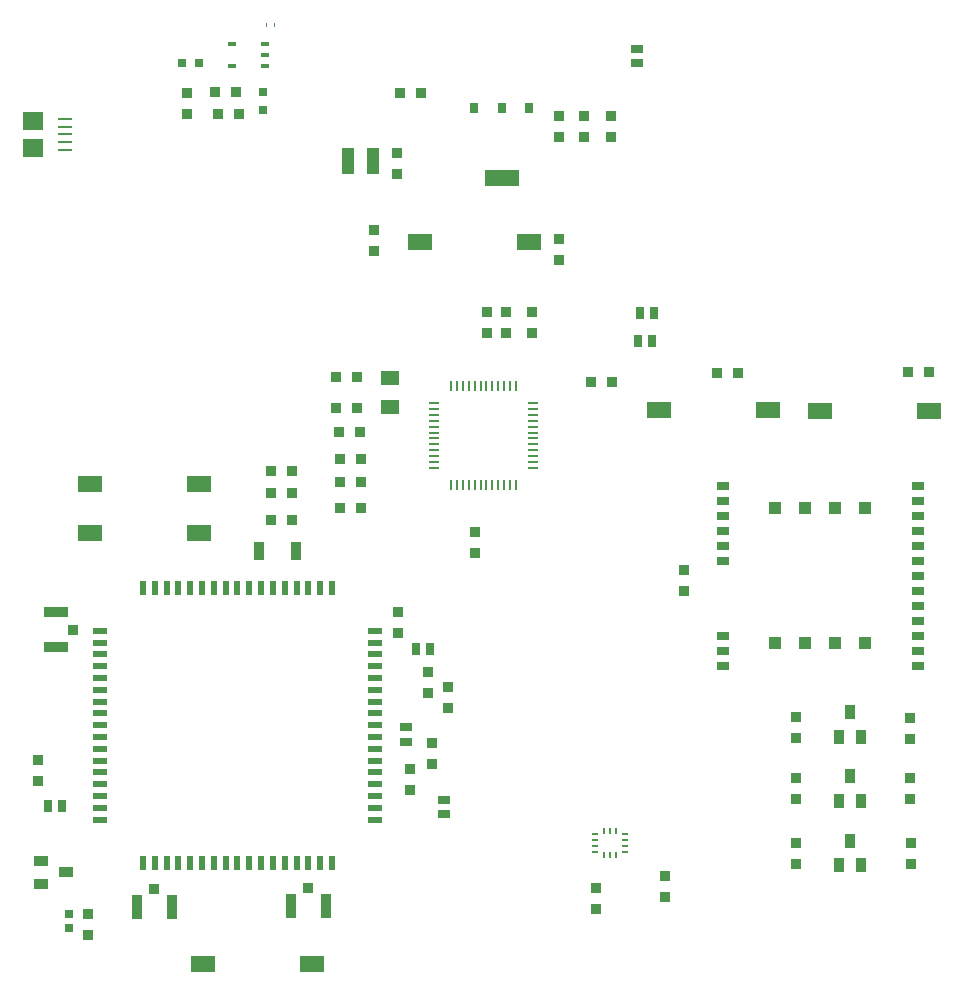
<source format=gbr>
%FSLAX35Y35*%
%MOIN*%
G04 EasyPC Gerber Version 18.0.9 Build 3640 *
%ADD153R,0.00227X0.01250*%
%ADD158R,0.00660X0.03534*%
%ADD167R,0.00778X0.02451*%
%ADD163R,0.02235X0.04715*%
%ADD152R,0.02550X0.02550*%
%ADD164R,0.02550X0.04124*%
%ADD154R,0.02943X0.03534*%
%ADD173R,0.03337X0.03337*%
%ADD150R,0.03337X0.03691*%
%ADD175R,0.03337X0.04912*%
%ADD172R,0.03534X0.08061*%
%ADD174R,0.03786X0.06494*%
%ADD160R,0.04164X0.08849*%
%ADD166R,0.04400X0.04400*%
%ADD157R,0.03534X0.00660*%
%ADD168R,0.02451X0.00778*%
%ADD146R,0.04715X0.00975*%
%ADD148R,0.02943X0.01565*%
%ADD162R,0.04715X0.02235*%
%ADD149R,0.02550X0.02550*%
%ADD156R,0.04124X0.02550*%
%ADD165R,0.04124X0.02943*%
%ADD171R,0.03337X0.03337*%
%ADD151R,0.03691X0.03337*%
%ADD169R,0.04912X0.03337*%
%ADD170R,0.08061X0.03534*%
%ADD161R,0.06290X0.04912*%
%ADD155R,0.11605X0.05502*%
%ADD159R,0.07983X0.05699*%
%ADD147R,0.06880X0.06487*%
X0Y0D02*
D02*
D146*
X22736Y315678D03*
Y318237D03*
Y320796D03*
Y323355D03*
Y325914D03*
D02*
D147*
X12204Y316269D03*
Y325324D03*
D02*
D148*
X78536Y343424D03*
Y350904D03*
X89536Y343424D03*
Y347164D03*
Y350904D03*
D02*
D149*
X23975Y56192D03*
Y60916D03*
X61637Y344414D03*
X67542D03*
D02*
D150*
X13616Y105100D03*
Y112100D03*
X30340Y54056D03*
Y61056D03*
X63286Y327664D03*
Y334664D03*
X125786Y281946D03*
Y288946D03*
X133286Y307656D03*
Y314656D03*
X133935Y154522D03*
Y161522D03*
X137929Y102105D03*
Y109105D03*
X143670Y134678D03*
Y141678D03*
X145168Y110841D03*
Y117841D03*
X150409Y129437D03*
Y136437D03*
X159286Y181230D03*
Y188230D03*
X163286Y254489D03*
Y261489D03*
X169786Y254489D03*
Y261489D03*
X178286Y254489D03*
Y261489D03*
X187286Y278826D03*
Y285826D03*
Y319914D03*
Y326914D03*
X195786Y319914D03*
Y326914D03*
X199831Y62417D03*
Y69417D03*
X204786Y319914D03*
Y326914D03*
X222795Y66411D03*
Y73411D03*
X229035Y168500D03*
Y175500D03*
X266352Y77477D03*
Y84477D03*
Y119702D03*
Y126702D03*
X266601Y99193D03*
Y106193D03*
X304292Y99193D03*
Y106193D03*
Y119328D03*
Y126328D03*
X304791Y77477D03*
Y84477D03*
D02*
D151*
X72786Y334914D03*
X73786Y327414D03*
X79786Y334914D03*
X80786Y327414D03*
X91307Y192374D03*
Y201110D03*
Y208567D03*
X98307Y192374D03*
Y201110D03*
Y208567D03*
X113065Y229626D03*
Y239776D03*
X114211Y221414D03*
X114452Y196087D03*
Y204914D03*
Y212414D03*
X120065Y229626D03*
Y239776D03*
X121211Y221414D03*
X121452Y196087D03*
Y204914D03*
Y212414D03*
X134286Y334414D03*
X141286D03*
X198204Y238146D03*
X205204D03*
X240262Y241391D03*
X247262D03*
X303662Y241640D03*
X310662D03*
D02*
D152*
X88786Y328908D03*
Y334814D03*
D02*
D153*
X90078Y357164D03*
X92677D03*
D02*
D154*
X159231Y329725D03*
X168286D03*
X177341D03*
D02*
D155*
X168286Y306103D03*
D02*
D156*
X136307Y118344D03*
Y123068D03*
X149037Y94132D03*
Y98856D03*
X213286Y344664D03*
Y349389D03*
D02*
D157*
X145652Y209587D03*
Y211556D03*
Y213524D03*
Y215493D03*
Y217461D03*
Y219430D03*
Y221398D03*
Y223367D03*
Y225335D03*
Y227304D03*
Y229272D03*
Y231241D03*
X178920Y209587D03*
Y211556D03*
Y213524D03*
Y215493D03*
Y217461D03*
Y219430D03*
Y221398D03*
Y223367D03*
Y225335D03*
Y227304D03*
Y229272D03*
Y231241D03*
D02*
D158*
X151459Y203780D03*
Y237048D03*
X153428Y203780D03*
Y237048D03*
X155396Y203780D03*
Y237048D03*
X157365Y203780D03*
Y237048D03*
X159333Y203780D03*
Y237048D03*
X161302Y203780D03*
Y237048D03*
X163270Y203780D03*
Y237048D03*
X165239Y203780D03*
Y237048D03*
X167207Y203780D03*
Y237048D03*
X169176Y203780D03*
Y237048D03*
X171144Y203780D03*
Y237048D03*
X173113Y203780D03*
Y237048D03*
D02*
D159*
X31084Y187975D03*
Y204074D03*
X67304Y187975D03*
Y204074D03*
X68899Y44326D03*
X105120D03*
X141176Y284914D03*
X177396D03*
X220785Y228910D03*
X257005D03*
X274450Y228661D03*
X310670D03*
D02*
D160*
X116975Y311780D03*
X125597D03*
D02*
D161*
X131065Y229855D03*
Y239697D03*
D02*
D162*
X34502Y92330D03*
Y96267D03*
Y100204D03*
Y104141D03*
Y108078D03*
Y112015D03*
Y115952D03*
Y119889D03*
Y123826D03*
Y127763D03*
Y131700D03*
Y135637D03*
Y139574D03*
Y143511D03*
Y147448D03*
Y151385D03*
Y155322D03*
X126038Y92330D03*
Y96267D03*
Y100204D03*
Y104141D03*
Y108078D03*
Y112015D03*
Y115952D03*
Y119889D03*
Y123826D03*
Y127763D03*
Y131700D03*
Y135637D03*
Y139574D03*
Y143511D03*
Y147448D03*
Y151385D03*
Y155322D03*
D02*
D163*
X48774Y78058D03*
Y169594D03*
X52711Y78058D03*
Y169594D03*
X56648Y78058D03*
Y169594D03*
X60585Y78058D03*
Y169594D03*
X64522Y78058D03*
Y169594D03*
X68459Y78058D03*
Y169594D03*
X72396Y78058D03*
Y169594D03*
X76333Y78058D03*
Y169594D03*
X80270Y78058D03*
Y169594D03*
X84207Y78058D03*
Y169594D03*
X88144Y78058D03*
Y169594D03*
X92081Y78058D03*
Y169594D03*
X96018Y78058D03*
Y169594D03*
X99955Y78058D03*
Y169594D03*
X103892Y78058D03*
Y169594D03*
X107829Y78058D03*
Y169594D03*
X111766Y78058D03*
Y169594D03*
D02*
D164*
X16995Y96744D03*
X21719D03*
X139685Y149286D03*
X144410D03*
X213819Y251999D03*
X214318Y261234D03*
X218543Y251999D03*
X219042Y261234D03*
D02*
D165*
X242089Y143622D03*
Y148622D03*
Y153622D03*
Y178622D03*
Y183622D03*
Y188622D03*
Y193622D03*
Y198622D03*
Y203622D03*
X307089Y143622D03*
Y148622D03*
Y153622D03*
Y158622D03*
Y163622D03*
Y168622D03*
Y173622D03*
Y178622D03*
Y183622D03*
Y188622D03*
Y193622D03*
Y198622D03*
Y203622D03*
D02*
D166*
X259589Y151162D03*
Y196083D03*
X269589Y151162D03*
Y196083D03*
X279589Y151162D03*
Y196083D03*
X289589Y151162D03*
Y196083D03*
D02*
D167*
X202445Y80652D03*
Y88624D03*
X204413Y80652D03*
Y88624D03*
X206382Y80652D03*
Y88624D03*
D02*
D168*
X199443Y81685D03*
Y83654D03*
Y85622D03*
Y87591D03*
X209384Y81685D03*
Y83654D03*
Y85622D03*
Y87591D03*
D02*
D169*
X14724Y71038D03*
Y78519D03*
X22992Y74778D03*
D02*
D170*
X19668Y149844D03*
Y161458D03*
D02*
D171*
X25573Y155651D03*
D02*
D172*
X46719Y63348D03*
X58333D03*
X98138Y63723D03*
X109752D03*
D02*
D173*
X52526Y69254D03*
X103945Y69628D03*
D02*
D174*
X87552Y181735D03*
X99946D03*
D02*
D175*
X280615Y77093D03*
Y98559D03*
Y119942D03*
X284356Y85360D03*
Y106826D03*
Y128209D03*
X288096Y77093D03*
Y98559D03*
Y119942D03*
X0Y0D02*
M02*

</source>
